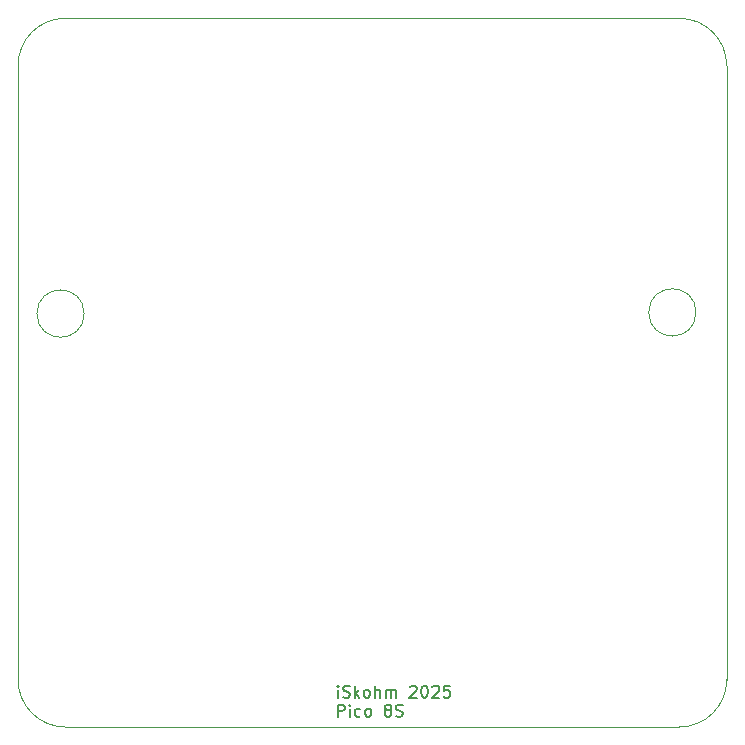
<source format=gbr>
%TF.GenerationSoftware,KiCad,Pcbnew,9.0.5*%
%TF.CreationDate,2025-10-27T16:49:33+01:00*%
%TF.ProjectId,motherboard,6d6f7468-6572-4626-9f61-72642e6b6963,rev?*%
%TF.SameCoordinates,Original*%
%TF.FileFunction,Profile,NP*%
%FSLAX46Y46*%
G04 Gerber Fmt 4.6, Leading zero omitted, Abs format (unit mm)*
G04 Created by KiCad (PCBNEW 9.0.5) date 2025-10-27 16:49:33*
%MOMM*%
%LPD*%
G01*
G04 APERTURE LIST*
%ADD10C,0.150000*%
%TA.AperFunction,Profile*%
%ADD11C,0.050000*%
%TD*%
G04 APERTURE END LIST*
D10*
X147236779Y-127459875D02*
X147236779Y-126793208D01*
X147236779Y-126459875D02*
X147189160Y-126507494D01*
X147189160Y-126507494D02*
X147236779Y-126555113D01*
X147236779Y-126555113D02*
X147284398Y-126507494D01*
X147284398Y-126507494D02*
X147236779Y-126459875D01*
X147236779Y-126459875D02*
X147236779Y-126555113D01*
X147665350Y-127412256D02*
X147808207Y-127459875D01*
X147808207Y-127459875D02*
X148046302Y-127459875D01*
X148046302Y-127459875D02*
X148141540Y-127412256D01*
X148141540Y-127412256D02*
X148189159Y-127364636D01*
X148189159Y-127364636D02*
X148236778Y-127269398D01*
X148236778Y-127269398D02*
X148236778Y-127174160D01*
X148236778Y-127174160D02*
X148189159Y-127078922D01*
X148189159Y-127078922D02*
X148141540Y-127031303D01*
X148141540Y-127031303D02*
X148046302Y-126983684D01*
X148046302Y-126983684D02*
X147855826Y-126936065D01*
X147855826Y-126936065D02*
X147760588Y-126888446D01*
X147760588Y-126888446D02*
X147712969Y-126840827D01*
X147712969Y-126840827D02*
X147665350Y-126745589D01*
X147665350Y-126745589D02*
X147665350Y-126650351D01*
X147665350Y-126650351D02*
X147712969Y-126555113D01*
X147712969Y-126555113D02*
X147760588Y-126507494D01*
X147760588Y-126507494D02*
X147855826Y-126459875D01*
X147855826Y-126459875D02*
X148093921Y-126459875D01*
X148093921Y-126459875D02*
X148236778Y-126507494D01*
X148665350Y-127459875D02*
X148665350Y-126459875D01*
X148760588Y-127078922D02*
X149046302Y-127459875D01*
X149046302Y-126793208D02*
X148665350Y-127174160D01*
X149617731Y-127459875D02*
X149522493Y-127412256D01*
X149522493Y-127412256D02*
X149474874Y-127364636D01*
X149474874Y-127364636D02*
X149427255Y-127269398D01*
X149427255Y-127269398D02*
X149427255Y-126983684D01*
X149427255Y-126983684D02*
X149474874Y-126888446D01*
X149474874Y-126888446D02*
X149522493Y-126840827D01*
X149522493Y-126840827D02*
X149617731Y-126793208D01*
X149617731Y-126793208D02*
X149760588Y-126793208D01*
X149760588Y-126793208D02*
X149855826Y-126840827D01*
X149855826Y-126840827D02*
X149903445Y-126888446D01*
X149903445Y-126888446D02*
X149951064Y-126983684D01*
X149951064Y-126983684D02*
X149951064Y-127269398D01*
X149951064Y-127269398D02*
X149903445Y-127364636D01*
X149903445Y-127364636D02*
X149855826Y-127412256D01*
X149855826Y-127412256D02*
X149760588Y-127459875D01*
X149760588Y-127459875D02*
X149617731Y-127459875D01*
X150379636Y-127459875D02*
X150379636Y-126459875D01*
X150808207Y-127459875D02*
X150808207Y-126936065D01*
X150808207Y-126936065D02*
X150760588Y-126840827D01*
X150760588Y-126840827D02*
X150665350Y-126793208D01*
X150665350Y-126793208D02*
X150522493Y-126793208D01*
X150522493Y-126793208D02*
X150427255Y-126840827D01*
X150427255Y-126840827D02*
X150379636Y-126888446D01*
X151284398Y-127459875D02*
X151284398Y-126793208D01*
X151284398Y-126888446D02*
X151332017Y-126840827D01*
X151332017Y-126840827D02*
X151427255Y-126793208D01*
X151427255Y-126793208D02*
X151570112Y-126793208D01*
X151570112Y-126793208D02*
X151665350Y-126840827D01*
X151665350Y-126840827D02*
X151712969Y-126936065D01*
X151712969Y-126936065D02*
X151712969Y-127459875D01*
X151712969Y-126936065D02*
X151760588Y-126840827D01*
X151760588Y-126840827D02*
X151855826Y-126793208D01*
X151855826Y-126793208D02*
X151998683Y-126793208D01*
X151998683Y-126793208D02*
X152093922Y-126840827D01*
X152093922Y-126840827D02*
X152141541Y-126936065D01*
X152141541Y-126936065D02*
X152141541Y-127459875D01*
X153332017Y-126555113D02*
X153379636Y-126507494D01*
X153379636Y-126507494D02*
X153474874Y-126459875D01*
X153474874Y-126459875D02*
X153712969Y-126459875D01*
X153712969Y-126459875D02*
X153808207Y-126507494D01*
X153808207Y-126507494D02*
X153855826Y-126555113D01*
X153855826Y-126555113D02*
X153903445Y-126650351D01*
X153903445Y-126650351D02*
X153903445Y-126745589D01*
X153903445Y-126745589D02*
X153855826Y-126888446D01*
X153855826Y-126888446D02*
X153284398Y-127459875D01*
X153284398Y-127459875D02*
X153903445Y-127459875D01*
X154522493Y-126459875D02*
X154617731Y-126459875D01*
X154617731Y-126459875D02*
X154712969Y-126507494D01*
X154712969Y-126507494D02*
X154760588Y-126555113D01*
X154760588Y-126555113D02*
X154808207Y-126650351D01*
X154808207Y-126650351D02*
X154855826Y-126840827D01*
X154855826Y-126840827D02*
X154855826Y-127078922D01*
X154855826Y-127078922D02*
X154808207Y-127269398D01*
X154808207Y-127269398D02*
X154760588Y-127364636D01*
X154760588Y-127364636D02*
X154712969Y-127412256D01*
X154712969Y-127412256D02*
X154617731Y-127459875D01*
X154617731Y-127459875D02*
X154522493Y-127459875D01*
X154522493Y-127459875D02*
X154427255Y-127412256D01*
X154427255Y-127412256D02*
X154379636Y-127364636D01*
X154379636Y-127364636D02*
X154332017Y-127269398D01*
X154332017Y-127269398D02*
X154284398Y-127078922D01*
X154284398Y-127078922D02*
X154284398Y-126840827D01*
X154284398Y-126840827D02*
X154332017Y-126650351D01*
X154332017Y-126650351D02*
X154379636Y-126555113D01*
X154379636Y-126555113D02*
X154427255Y-126507494D01*
X154427255Y-126507494D02*
X154522493Y-126459875D01*
X155236779Y-126555113D02*
X155284398Y-126507494D01*
X155284398Y-126507494D02*
X155379636Y-126459875D01*
X155379636Y-126459875D02*
X155617731Y-126459875D01*
X155617731Y-126459875D02*
X155712969Y-126507494D01*
X155712969Y-126507494D02*
X155760588Y-126555113D01*
X155760588Y-126555113D02*
X155808207Y-126650351D01*
X155808207Y-126650351D02*
X155808207Y-126745589D01*
X155808207Y-126745589D02*
X155760588Y-126888446D01*
X155760588Y-126888446D02*
X155189160Y-127459875D01*
X155189160Y-127459875D02*
X155808207Y-127459875D01*
X156712969Y-126459875D02*
X156236779Y-126459875D01*
X156236779Y-126459875D02*
X156189160Y-126936065D01*
X156189160Y-126936065D02*
X156236779Y-126888446D01*
X156236779Y-126888446D02*
X156332017Y-126840827D01*
X156332017Y-126840827D02*
X156570112Y-126840827D01*
X156570112Y-126840827D02*
X156665350Y-126888446D01*
X156665350Y-126888446D02*
X156712969Y-126936065D01*
X156712969Y-126936065D02*
X156760588Y-127031303D01*
X156760588Y-127031303D02*
X156760588Y-127269398D01*
X156760588Y-127269398D02*
X156712969Y-127364636D01*
X156712969Y-127364636D02*
X156665350Y-127412256D01*
X156665350Y-127412256D02*
X156570112Y-127459875D01*
X156570112Y-127459875D02*
X156332017Y-127459875D01*
X156332017Y-127459875D02*
X156236779Y-127412256D01*
X156236779Y-127412256D02*
X156189160Y-127364636D01*
X147236779Y-129069819D02*
X147236779Y-128069819D01*
X147236779Y-128069819D02*
X147617731Y-128069819D01*
X147617731Y-128069819D02*
X147712969Y-128117438D01*
X147712969Y-128117438D02*
X147760588Y-128165057D01*
X147760588Y-128165057D02*
X147808207Y-128260295D01*
X147808207Y-128260295D02*
X147808207Y-128403152D01*
X147808207Y-128403152D02*
X147760588Y-128498390D01*
X147760588Y-128498390D02*
X147712969Y-128546009D01*
X147712969Y-128546009D02*
X147617731Y-128593628D01*
X147617731Y-128593628D02*
X147236779Y-128593628D01*
X148236779Y-129069819D02*
X148236779Y-128403152D01*
X148236779Y-128069819D02*
X148189160Y-128117438D01*
X148189160Y-128117438D02*
X148236779Y-128165057D01*
X148236779Y-128165057D02*
X148284398Y-128117438D01*
X148284398Y-128117438D02*
X148236779Y-128069819D01*
X148236779Y-128069819D02*
X148236779Y-128165057D01*
X149141540Y-129022200D02*
X149046302Y-129069819D01*
X149046302Y-129069819D02*
X148855826Y-129069819D01*
X148855826Y-129069819D02*
X148760588Y-129022200D01*
X148760588Y-129022200D02*
X148712969Y-128974580D01*
X148712969Y-128974580D02*
X148665350Y-128879342D01*
X148665350Y-128879342D02*
X148665350Y-128593628D01*
X148665350Y-128593628D02*
X148712969Y-128498390D01*
X148712969Y-128498390D02*
X148760588Y-128450771D01*
X148760588Y-128450771D02*
X148855826Y-128403152D01*
X148855826Y-128403152D02*
X149046302Y-128403152D01*
X149046302Y-128403152D02*
X149141540Y-128450771D01*
X149712969Y-129069819D02*
X149617731Y-129022200D01*
X149617731Y-129022200D02*
X149570112Y-128974580D01*
X149570112Y-128974580D02*
X149522493Y-128879342D01*
X149522493Y-128879342D02*
X149522493Y-128593628D01*
X149522493Y-128593628D02*
X149570112Y-128498390D01*
X149570112Y-128498390D02*
X149617731Y-128450771D01*
X149617731Y-128450771D02*
X149712969Y-128403152D01*
X149712969Y-128403152D02*
X149855826Y-128403152D01*
X149855826Y-128403152D02*
X149951064Y-128450771D01*
X149951064Y-128450771D02*
X149998683Y-128498390D01*
X149998683Y-128498390D02*
X150046302Y-128593628D01*
X150046302Y-128593628D02*
X150046302Y-128879342D01*
X150046302Y-128879342D02*
X149998683Y-128974580D01*
X149998683Y-128974580D02*
X149951064Y-129022200D01*
X149951064Y-129022200D02*
X149855826Y-129069819D01*
X149855826Y-129069819D02*
X149712969Y-129069819D01*
X151379636Y-128498390D02*
X151284398Y-128450771D01*
X151284398Y-128450771D02*
X151236779Y-128403152D01*
X151236779Y-128403152D02*
X151189160Y-128307914D01*
X151189160Y-128307914D02*
X151189160Y-128260295D01*
X151189160Y-128260295D02*
X151236779Y-128165057D01*
X151236779Y-128165057D02*
X151284398Y-128117438D01*
X151284398Y-128117438D02*
X151379636Y-128069819D01*
X151379636Y-128069819D02*
X151570112Y-128069819D01*
X151570112Y-128069819D02*
X151665350Y-128117438D01*
X151665350Y-128117438D02*
X151712969Y-128165057D01*
X151712969Y-128165057D02*
X151760588Y-128260295D01*
X151760588Y-128260295D02*
X151760588Y-128307914D01*
X151760588Y-128307914D02*
X151712969Y-128403152D01*
X151712969Y-128403152D02*
X151665350Y-128450771D01*
X151665350Y-128450771D02*
X151570112Y-128498390D01*
X151570112Y-128498390D02*
X151379636Y-128498390D01*
X151379636Y-128498390D02*
X151284398Y-128546009D01*
X151284398Y-128546009D02*
X151236779Y-128593628D01*
X151236779Y-128593628D02*
X151189160Y-128688866D01*
X151189160Y-128688866D02*
X151189160Y-128879342D01*
X151189160Y-128879342D02*
X151236779Y-128974580D01*
X151236779Y-128974580D02*
X151284398Y-129022200D01*
X151284398Y-129022200D02*
X151379636Y-129069819D01*
X151379636Y-129069819D02*
X151570112Y-129069819D01*
X151570112Y-129069819D02*
X151665350Y-129022200D01*
X151665350Y-129022200D02*
X151712969Y-128974580D01*
X151712969Y-128974580D02*
X151760588Y-128879342D01*
X151760588Y-128879342D02*
X151760588Y-128688866D01*
X151760588Y-128688866D02*
X151712969Y-128593628D01*
X151712969Y-128593628D02*
X151665350Y-128546009D01*
X151665350Y-128546009D02*
X151570112Y-128498390D01*
X152141541Y-129022200D02*
X152284398Y-129069819D01*
X152284398Y-129069819D02*
X152522493Y-129069819D01*
X152522493Y-129069819D02*
X152617731Y-129022200D01*
X152617731Y-129022200D02*
X152665350Y-128974580D01*
X152665350Y-128974580D02*
X152712969Y-128879342D01*
X152712969Y-128879342D02*
X152712969Y-128784104D01*
X152712969Y-128784104D02*
X152665350Y-128688866D01*
X152665350Y-128688866D02*
X152617731Y-128641247D01*
X152617731Y-128641247D02*
X152522493Y-128593628D01*
X152522493Y-128593628D02*
X152332017Y-128546009D01*
X152332017Y-128546009D02*
X152236779Y-128498390D01*
X152236779Y-128498390D02*
X152189160Y-128450771D01*
X152189160Y-128450771D02*
X152141541Y-128355533D01*
X152141541Y-128355533D02*
X152141541Y-128260295D01*
X152141541Y-128260295D02*
X152189160Y-128165057D01*
X152189160Y-128165057D02*
X152236779Y-128117438D01*
X152236779Y-128117438D02*
X152332017Y-128069819D01*
X152332017Y-128069819D02*
X152570112Y-128069819D01*
X152570112Y-128069819D02*
X152712969Y-128117438D01*
D11*
X177550000Y-94850000D02*
G75*
G02*
X173550000Y-94850000I-2000000J0D01*
G01*
X173550000Y-94850000D02*
G75*
G02*
X177550000Y-94850000I2000000J0D01*
G01*
X125750000Y-94950000D02*
G75*
G02*
X121750000Y-94950000I-2000000J0D01*
G01*
X121750000Y-94950000D02*
G75*
G02*
X125750000Y-94950000I2000000J0D01*
G01*
X120150000Y-73950000D02*
X120150000Y-125950000D01*
X176150000Y-69950000D02*
X124150000Y-69950000D01*
X180150000Y-125950000D02*
X180150000Y-73950000D01*
X124150000Y-129950000D02*
X176150000Y-129950000D01*
X124150000Y-129950000D02*
G75*
G02*
X120150000Y-125950000I0J4000000D01*
G01*
X180150000Y-125950000D02*
G75*
G02*
X176150000Y-129950000I-4000000J0D01*
G01*
X176150000Y-69950000D02*
G75*
G02*
X180150000Y-73950000I0J-4000000D01*
G01*
X120150000Y-73950000D02*
G75*
G02*
X124150000Y-69950000I4000000J0D01*
G01*
M02*

</source>
